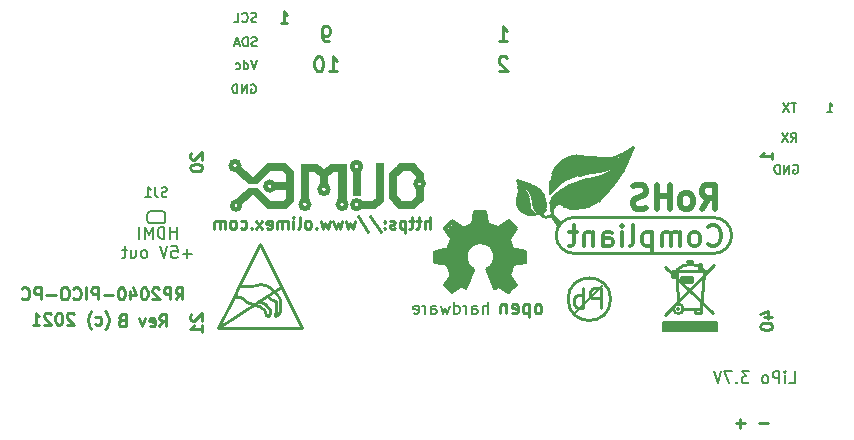
<source format=gbr>
%TF.GenerationSoftware,KiCad,Pcbnew,5.1.5+dfsg1-2build2*%
%TF.CreationDate,2021-04-22T16:13:23+03:00*%
%TF.ProjectId,RP2040-PICO-PC_rev_B,52503230-3430-42d5-9049-434f2d50435f,A*%
%TF.SameCoordinates,Original*%
%TF.FileFunction,Legend,Bot*%
%TF.FilePolarity,Positive*%
%FSLAX46Y46*%
G04 Gerber Fmt 4.6, Leading zero omitted, Abs format (unit mm)*
G04 Created by KiCad (PCBNEW 5.1.5+dfsg1-2build2) date 2021-04-22 16:13:23*
%MOMM*%
%LPD*%
G04 APERTURE LIST*
%ADD10C,0.150000*%
%ADD11C,0.254000*%
%ADD12C,0.152400*%
%ADD13C,0.400000*%
%ADD14C,0.700000*%
%ADD15C,0.500000*%
%ADD16C,0.100000*%
%ADD17C,0.508000*%
%ADD18C,0.127000*%
%ADD19C,0.200000*%
%ADD20C,0.420000*%
%ADD21C,0.370000*%
%ADD22C,0.380000*%
%ADD23C,1.000000*%
%ADD24C,0.190500*%
%ADD25C,0.250000*%
%ADD26C,0.350000*%
%ADD27C,0.180000*%
G04 APERTURE END LIST*
D10*
X186014952Y-134437380D02*
X186491142Y-134437380D01*
X186491142Y-133437380D01*
X185681619Y-134437380D02*
X185681619Y-133770714D01*
X185681619Y-133437380D02*
X185729238Y-133485000D01*
X185681619Y-133532619D01*
X185634000Y-133485000D01*
X185681619Y-133437380D01*
X185681619Y-133532619D01*
X185205428Y-134437380D02*
X185205428Y-133437380D01*
X184824476Y-133437380D01*
X184729238Y-133485000D01*
X184681619Y-133532619D01*
X184634000Y-133627857D01*
X184634000Y-133770714D01*
X184681619Y-133865952D01*
X184729238Y-133913571D01*
X184824476Y-133961190D01*
X185205428Y-133961190D01*
X184062571Y-134437380D02*
X184157809Y-134389761D01*
X184205428Y-134342142D01*
X184253047Y-134246904D01*
X184253047Y-133961190D01*
X184205428Y-133865952D01*
X184157809Y-133818333D01*
X184062571Y-133770714D01*
X183919714Y-133770714D01*
X183824476Y-133818333D01*
X183776857Y-133865952D01*
X183729238Y-133961190D01*
X183729238Y-134246904D01*
X183776857Y-134342142D01*
X183824476Y-134389761D01*
X183919714Y-134437380D01*
X184062571Y-134437380D01*
X182634000Y-133437380D02*
X182014952Y-133437380D01*
X182348285Y-133818333D01*
X182205428Y-133818333D01*
X182110190Y-133865952D01*
X182062571Y-133913571D01*
X182014952Y-134008809D01*
X182014952Y-134246904D01*
X182062571Y-134342142D01*
X182110190Y-134389761D01*
X182205428Y-134437380D01*
X182491142Y-134437380D01*
X182586380Y-134389761D01*
X182634000Y-134342142D01*
X181586380Y-134342142D02*
X181538761Y-134389761D01*
X181586380Y-134437380D01*
X181634000Y-134389761D01*
X181586380Y-134342142D01*
X181586380Y-134437380D01*
X181205428Y-133437380D02*
X180538761Y-133437380D01*
X180967333Y-134437380D01*
X180300666Y-133437380D02*
X179967333Y-134437380D01*
X179634000Y-133437380D01*
X134183238Y-122182380D02*
X134183238Y-121182380D01*
X134183238Y-121658571D02*
X133611809Y-121658571D01*
X133611809Y-122182380D02*
X133611809Y-121182380D01*
X133135619Y-122182380D02*
X133135619Y-121182380D01*
X132897523Y-121182380D01*
X132754666Y-121230000D01*
X132659428Y-121325238D01*
X132611809Y-121420476D01*
X132564190Y-121610952D01*
X132564190Y-121753809D01*
X132611809Y-121944285D01*
X132659428Y-122039523D01*
X132754666Y-122134761D01*
X132897523Y-122182380D01*
X133135619Y-122182380D01*
X132135619Y-122182380D02*
X132135619Y-121182380D01*
X131802285Y-121896666D01*
X131468952Y-121182380D01*
X131468952Y-122182380D01*
X130992761Y-122182380D02*
X130992761Y-121182380D01*
X135445142Y-123451428D02*
X134683238Y-123451428D01*
X135064190Y-123832380D02*
X135064190Y-123070476D01*
X133730857Y-122832380D02*
X134207047Y-122832380D01*
X134254666Y-123308571D01*
X134207047Y-123260952D01*
X134111809Y-123213333D01*
X133873714Y-123213333D01*
X133778476Y-123260952D01*
X133730857Y-123308571D01*
X133683238Y-123403809D01*
X133683238Y-123641904D01*
X133730857Y-123737142D01*
X133778476Y-123784761D01*
X133873714Y-123832380D01*
X134111809Y-123832380D01*
X134207047Y-123784761D01*
X134254666Y-123737142D01*
X133397523Y-122832380D02*
X133064190Y-123832380D01*
X132730857Y-122832380D01*
X131492761Y-123832380D02*
X131588000Y-123784761D01*
X131635619Y-123737142D01*
X131683238Y-123641904D01*
X131683238Y-123356190D01*
X131635619Y-123260952D01*
X131588000Y-123213333D01*
X131492761Y-123165714D01*
X131349904Y-123165714D01*
X131254666Y-123213333D01*
X131207047Y-123260952D01*
X131159428Y-123356190D01*
X131159428Y-123641904D01*
X131207047Y-123737142D01*
X131254666Y-123784761D01*
X131349904Y-123832380D01*
X131492761Y-123832380D01*
X130302285Y-123165714D02*
X130302285Y-123832380D01*
X130730857Y-123165714D02*
X130730857Y-123689523D01*
X130683238Y-123784761D01*
X130588000Y-123832380D01*
X130445142Y-123832380D01*
X130349904Y-123784761D01*
X130302285Y-123737142D01*
X129968952Y-123165714D02*
X129588000Y-123165714D01*
X129826095Y-122832380D02*
X129826095Y-123689523D01*
X129778476Y-123784761D01*
X129683238Y-123832380D01*
X129588000Y-123832380D01*
D11*
X134081761Y-127332619D02*
X134420428Y-126848809D01*
X134662333Y-127332619D02*
X134662333Y-126316619D01*
X134275285Y-126316619D01*
X134178523Y-126365000D01*
X134130142Y-126413380D01*
X134081761Y-126510142D01*
X134081761Y-126655285D01*
X134130142Y-126752047D01*
X134178523Y-126800428D01*
X134275285Y-126848809D01*
X134662333Y-126848809D01*
X133646333Y-127332619D02*
X133646333Y-126316619D01*
X133259285Y-126316619D01*
X133162523Y-126365000D01*
X133114142Y-126413380D01*
X133065761Y-126510142D01*
X133065761Y-126655285D01*
X133114142Y-126752047D01*
X133162523Y-126800428D01*
X133259285Y-126848809D01*
X133646333Y-126848809D01*
X132678714Y-126413380D02*
X132630333Y-126365000D01*
X132533571Y-126316619D01*
X132291666Y-126316619D01*
X132194904Y-126365000D01*
X132146523Y-126413380D01*
X132098142Y-126510142D01*
X132098142Y-126606904D01*
X132146523Y-126752047D01*
X132727095Y-127332619D01*
X132098142Y-127332619D01*
X131469190Y-126316619D02*
X131372428Y-126316619D01*
X131275666Y-126365000D01*
X131227285Y-126413380D01*
X131178904Y-126510142D01*
X131130523Y-126703666D01*
X131130523Y-126945571D01*
X131178904Y-127139095D01*
X131227285Y-127235857D01*
X131275666Y-127284238D01*
X131372428Y-127332619D01*
X131469190Y-127332619D01*
X131565952Y-127284238D01*
X131614333Y-127235857D01*
X131662714Y-127139095D01*
X131711095Y-126945571D01*
X131711095Y-126703666D01*
X131662714Y-126510142D01*
X131614333Y-126413380D01*
X131565952Y-126365000D01*
X131469190Y-126316619D01*
X130259666Y-126655285D02*
X130259666Y-127332619D01*
X130501571Y-126268238D02*
X130743476Y-126993952D01*
X130114523Y-126993952D01*
X129533952Y-126316619D02*
X129437190Y-126316619D01*
X129340428Y-126365000D01*
X129292047Y-126413380D01*
X129243666Y-126510142D01*
X129195285Y-126703666D01*
X129195285Y-126945571D01*
X129243666Y-127139095D01*
X129292047Y-127235857D01*
X129340428Y-127284238D01*
X129437190Y-127332619D01*
X129533952Y-127332619D01*
X129630714Y-127284238D01*
X129679095Y-127235857D01*
X129727476Y-127139095D01*
X129775857Y-126945571D01*
X129775857Y-126703666D01*
X129727476Y-126510142D01*
X129679095Y-126413380D01*
X129630714Y-126365000D01*
X129533952Y-126316619D01*
X128759857Y-126945571D02*
X127985761Y-126945571D01*
X127501952Y-127332619D02*
X127501952Y-126316619D01*
X127114904Y-126316619D01*
X127018142Y-126365000D01*
X126969761Y-126413380D01*
X126921380Y-126510142D01*
X126921380Y-126655285D01*
X126969761Y-126752047D01*
X127018142Y-126800428D01*
X127114904Y-126848809D01*
X127501952Y-126848809D01*
X126485952Y-127332619D02*
X126485952Y-126316619D01*
X125421571Y-127235857D02*
X125469952Y-127284238D01*
X125615095Y-127332619D01*
X125711857Y-127332619D01*
X125857000Y-127284238D01*
X125953761Y-127187476D01*
X126002142Y-127090714D01*
X126050523Y-126897190D01*
X126050523Y-126752047D01*
X126002142Y-126558523D01*
X125953761Y-126461761D01*
X125857000Y-126365000D01*
X125711857Y-126316619D01*
X125615095Y-126316619D01*
X125469952Y-126365000D01*
X125421571Y-126413380D01*
X124792619Y-126316619D02*
X124599095Y-126316619D01*
X124502333Y-126365000D01*
X124405571Y-126461761D01*
X124357190Y-126655285D01*
X124357190Y-126993952D01*
X124405571Y-127187476D01*
X124502333Y-127284238D01*
X124599095Y-127332619D01*
X124792619Y-127332619D01*
X124889380Y-127284238D01*
X124986142Y-127187476D01*
X125034523Y-126993952D01*
X125034523Y-126655285D01*
X124986142Y-126461761D01*
X124889380Y-126365000D01*
X124792619Y-126316619D01*
X123921761Y-126945571D02*
X123147666Y-126945571D01*
X122663857Y-127332619D02*
X122663857Y-126316619D01*
X122276809Y-126316619D01*
X122180047Y-126365000D01*
X122131666Y-126413380D01*
X122083285Y-126510142D01*
X122083285Y-126655285D01*
X122131666Y-126752047D01*
X122180047Y-126800428D01*
X122276809Y-126848809D01*
X122663857Y-126848809D01*
X121067285Y-127235857D02*
X121115666Y-127284238D01*
X121260809Y-127332619D01*
X121357571Y-127332619D01*
X121502714Y-127284238D01*
X121599476Y-127187476D01*
X121647857Y-127090714D01*
X121696238Y-126897190D01*
X121696238Y-126752047D01*
X121647857Y-126558523D01*
X121599476Y-126461761D01*
X121502714Y-126365000D01*
X121357571Y-126316619D01*
X121260809Y-126316619D01*
X121115666Y-126365000D01*
X121067285Y-126413380D01*
X128124857Y-129878666D02*
X128173238Y-129830285D01*
X128270000Y-129685142D01*
X128318380Y-129588380D01*
X128366761Y-129443238D01*
X128415142Y-129201333D01*
X128415142Y-129007809D01*
X128366761Y-128765904D01*
X128318380Y-128620761D01*
X128270000Y-128524000D01*
X128173238Y-128378857D01*
X128124857Y-128330476D01*
X127302380Y-129443238D02*
X127399142Y-129491619D01*
X127592666Y-129491619D01*
X127689428Y-129443238D01*
X127737809Y-129394857D01*
X127786190Y-129298095D01*
X127786190Y-129007809D01*
X127737809Y-128911047D01*
X127689428Y-128862666D01*
X127592666Y-128814285D01*
X127399142Y-128814285D01*
X127302380Y-128862666D01*
X126963714Y-129878666D02*
X126915333Y-129830285D01*
X126818571Y-129685142D01*
X126770190Y-129588380D01*
X126721809Y-129443238D01*
X126673428Y-129201333D01*
X126673428Y-129007809D01*
X126721809Y-128765904D01*
X126770190Y-128620761D01*
X126818571Y-128524000D01*
X126915333Y-128378857D01*
X126963714Y-128330476D01*
X125463904Y-128572380D02*
X125415523Y-128524000D01*
X125318761Y-128475619D01*
X125076857Y-128475619D01*
X124980095Y-128524000D01*
X124931714Y-128572380D01*
X124883333Y-128669142D01*
X124883333Y-128765904D01*
X124931714Y-128911047D01*
X125512285Y-129491619D01*
X124883333Y-129491619D01*
X124254380Y-128475619D02*
X124157619Y-128475619D01*
X124060857Y-128524000D01*
X124012476Y-128572380D01*
X123964095Y-128669142D01*
X123915714Y-128862666D01*
X123915714Y-129104571D01*
X123964095Y-129298095D01*
X124012476Y-129394857D01*
X124060857Y-129443238D01*
X124157619Y-129491619D01*
X124254380Y-129491619D01*
X124351142Y-129443238D01*
X124399523Y-129394857D01*
X124447904Y-129298095D01*
X124496285Y-129104571D01*
X124496285Y-128862666D01*
X124447904Y-128669142D01*
X124399523Y-128572380D01*
X124351142Y-128524000D01*
X124254380Y-128475619D01*
X123528666Y-128572380D02*
X123480285Y-128524000D01*
X123383523Y-128475619D01*
X123141619Y-128475619D01*
X123044857Y-128524000D01*
X122996476Y-128572380D01*
X122948095Y-128669142D01*
X122948095Y-128765904D01*
X122996476Y-128911047D01*
X123577047Y-129491619D01*
X122948095Y-129491619D01*
X121980476Y-129491619D02*
X122561047Y-129491619D01*
X122270761Y-129491619D02*
X122270761Y-128475619D01*
X122367523Y-128620761D01*
X122464285Y-128717523D01*
X122561047Y-128765904D01*
X132721047Y-129618619D02*
X133059714Y-129134809D01*
X133301619Y-129618619D02*
X133301619Y-128602619D01*
X132914571Y-128602619D01*
X132817809Y-128651000D01*
X132769428Y-128699380D01*
X132721047Y-128796142D01*
X132721047Y-128941285D01*
X132769428Y-129038047D01*
X132817809Y-129086428D01*
X132914571Y-129134809D01*
X133301619Y-129134809D01*
X131898571Y-129570238D02*
X131995333Y-129618619D01*
X132188857Y-129618619D01*
X132285619Y-129570238D01*
X132334000Y-129473476D01*
X132334000Y-129086428D01*
X132285619Y-128989666D01*
X132188857Y-128941285D01*
X131995333Y-128941285D01*
X131898571Y-128989666D01*
X131850190Y-129086428D01*
X131850190Y-129183190D01*
X132334000Y-129279952D01*
X131511523Y-128941285D02*
X131269619Y-129618619D01*
X131027714Y-128941285D01*
X129527904Y-129086428D02*
X129382761Y-129134809D01*
X129334380Y-129183190D01*
X129286000Y-129279952D01*
X129286000Y-129425095D01*
X129334380Y-129521857D01*
X129382761Y-129570238D01*
X129479523Y-129618619D01*
X129866571Y-129618619D01*
X129866571Y-128602619D01*
X129527904Y-128602619D01*
X129431142Y-128651000D01*
X129382761Y-128699380D01*
X129334380Y-128796142D01*
X129334380Y-128892904D01*
X129382761Y-128989666D01*
X129431142Y-129038047D01*
X129527904Y-129086428D01*
X129866571Y-129086428D01*
X155614309Y-121363619D02*
X155614309Y-120347619D01*
X155178880Y-121363619D02*
X155178880Y-120831428D01*
X155227261Y-120734666D01*
X155324023Y-120686285D01*
X155469166Y-120686285D01*
X155565928Y-120734666D01*
X155614309Y-120783047D01*
X154840214Y-120686285D02*
X154453166Y-120686285D01*
X154695071Y-120347619D02*
X154695071Y-121218476D01*
X154646690Y-121315238D01*
X154549928Y-121363619D01*
X154453166Y-121363619D01*
X154259642Y-120686285D02*
X153872595Y-120686285D01*
X154114500Y-120347619D02*
X154114500Y-121218476D01*
X154066119Y-121315238D01*
X153969357Y-121363619D01*
X153872595Y-121363619D01*
X153533928Y-120686285D02*
X153533928Y-121702285D01*
X153533928Y-120734666D02*
X153437166Y-120686285D01*
X153243642Y-120686285D01*
X153146880Y-120734666D01*
X153098500Y-120783047D01*
X153050119Y-120879809D01*
X153050119Y-121170095D01*
X153098500Y-121266857D01*
X153146880Y-121315238D01*
X153243642Y-121363619D01*
X153437166Y-121363619D01*
X153533928Y-121315238D01*
X152663071Y-121315238D02*
X152566309Y-121363619D01*
X152372785Y-121363619D01*
X152276023Y-121315238D01*
X152227642Y-121218476D01*
X152227642Y-121170095D01*
X152276023Y-121073333D01*
X152372785Y-121024952D01*
X152517928Y-121024952D01*
X152614690Y-120976571D01*
X152663071Y-120879809D01*
X152663071Y-120831428D01*
X152614690Y-120734666D01*
X152517928Y-120686285D01*
X152372785Y-120686285D01*
X152276023Y-120734666D01*
X151792214Y-121266857D02*
X151743833Y-121315238D01*
X151792214Y-121363619D01*
X151840595Y-121315238D01*
X151792214Y-121266857D01*
X151792214Y-121363619D01*
X151792214Y-120734666D02*
X151743833Y-120783047D01*
X151792214Y-120831428D01*
X151840595Y-120783047D01*
X151792214Y-120734666D01*
X151792214Y-120831428D01*
X150582690Y-120299238D02*
X151453547Y-121605523D01*
X149518309Y-120299238D02*
X150389166Y-121605523D01*
X149276404Y-120686285D02*
X149082880Y-121363619D01*
X148889357Y-120879809D01*
X148695833Y-121363619D01*
X148502309Y-120686285D01*
X148212023Y-120686285D02*
X148018500Y-121363619D01*
X147824976Y-120879809D01*
X147631452Y-121363619D01*
X147437928Y-120686285D01*
X147147642Y-120686285D02*
X146954119Y-121363619D01*
X146760595Y-120879809D01*
X146567071Y-121363619D01*
X146373547Y-120686285D01*
X145986500Y-121266857D02*
X145938119Y-121315238D01*
X145986500Y-121363619D01*
X146034880Y-121315238D01*
X145986500Y-121266857D01*
X145986500Y-121363619D01*
X145357547Y-121363619D02*
X145454309Y-121315238D01*
X145502690Y-121266857D01*
X145551071Y-121170095D01*
X145551071Y-120879809D01*
X145502690Y-120783047D01*
X145454309Y-120734666D01*
X145357547Y-120686285D01*
X145212404Y-120686285D01*
X145115642Y-120734666D01*
X145067261Y-120783047D01*
X145018880Y-120879809D01*
X145018880Y-121170095D01*
X145067261Y-121266857D01*
X145115642Y-121315238D01*
X145212404Y-121363619D01*
X145357547Y-121363619D01*
X144438309Y-121363619D02*
X144535071Y-121315238D01*
X144583452Y-121218476D01*
X144583452Y-120347619D01*
X144051261Y-121363619D02*
X144051261Y-120686285D01*
X144051261Y-120347619D02*
X144099642Y-120396000D01*
X144051261Y-120444380D01*
X144002880Y-120396000D01*
X144051261Y-120347619D01*
X144051261Y-120444380D01*
X143567452Y-121363619D02*
X143567452Y-120686285D01*
X143567452Y-120783047D02*
X143519071Y-120734666D01*
X143422309Y-120686285D01*
X143277166Y-120686285D01*
X143180404Y-120734666D01*
X143132023Y-120831428D01*
X143132023Y-121363619D01*
X143132023Y-120831428D02*
X143083642Y-120734666D01*
X142986880Y-120686285D01*
X142841738Y-120686285D01*
X142744976Y-120734666D01*
X142696595Y-120831428D01*
X142696595Y-121363619D01*
X141825738Y-121315238D02*
X141922500Y-121363619D01*
X142116023Y-121363619D01*
X142212785Y-121315238D01*
X142261166Y-121218476D01*
X142261166Y-120831428D01*
X142212785Y-120734666D01*
X142116023Y-120686285D01*
X141922500Y-120686285D01*
X141825738Y-120734666D01*
X141777357Y-120831428D01*
X141777357Y-120928190D01*
X142261166Y-121024952D01*
X141438690Y-121363619D02*
X140906500Y-120686285D01*
X141438690Y-120686285D02*
X140906500Y-121363619D01*
X140519452Y-121266857D02*
X140471071Y-121315238D01*
X140519452Y-121363619D01*
X140567833Y-121315238D01*
X140519452Y-121266857D01*
X140519452Y-121363619D01*
X139600214Y-121315238D02*
X139696976Y-121363619D01*
X139890500Y-121363619D01*
X139987261Y-121315238D01*
X140035642Y-121266857D01*
X140084023Y-121170095D01*
X140084023Y-120879809D01*
X140035642Y-120783047D01*
X139987261Y-120734666D01*
X139890500Y-120686285D01*
X139696976Y-120686285D01*
X139600214Y-120734666D01*
X139019642Y-121363619D02*
X139116404Y-121315238D01*
X139164785Y-121266857D01*
X139213166Y-121170095D01*
X139213166Y-120879809D01*
X139164785Y-120783047D01*
X139116404Y-120734666D01*
X139019642Y-120686285D01*
X138874500Y-120686285D01*
X138777738Y-120734666D01*
X138729357Y-120783047D01*
X138680976Y-120879809D01*
X138680976Y-121170095D01*
X138729357Y-121266857D01*
X138777738Y-121315238D01*
X138874500Y-121363619D01*
X139019642Y-121363619D01*
X138245547Y-121363619D02*
X138245547Y-120686285D01*
X138245547Y-120783047D02*
X138197166Y-120734666D01*
X138100404Y-120686285D01*
X137955261Y-120686285D01*
X137858500Y-120734666D01*
X137810119Y-120831428D01*
X137810119Y-121363619D01*
X137810119Y-120831428D02*
X137761738Y-120734666D01*
X137664976Y-120686285D01*
X137519833Y-120686285D01*
X137423071Y-120734666D01*
X137374690Y-120831428D01*
X137374690Y-121363619D01*
D12*
%TO.C,SJ1*%
X131953000Y-120904000D02*
G75*
G02X131699000Y-120650000I0J254000D01*
G01*
X133223000Y-120650000D02*
G75*
G02X132969000Y-120904000I-254000J0D01*
G01*
X132969000Y-119888000D02*
G75*
G02X133223000Y-120142000I0J-254000D01*
G01*
X131699000Y-120142000D02*
G75*
G02X131953000Y-119888000I254000J0D01*
G01*
D10*
X131699000Y-120650000D02*
X131699000Y-120142000D01*
X131953000Y-119888000D02*
X132969000Y-119888000D01*
X133223000Y-120142000D02*
X133223000Y-120650000D01*
X132969000Y-120904000D02*
X131953000Y-120904000D01*
D13*
%TO.C,OLIMEX_LOGO*%
X155074247Y-117538500D02*
G75*
G03X155074247Y-117538500I-337447J0D01*
G01*
D14*
X154749500Y-116763800D02*
X154241500Y-116255800D01*
X153149300Y-116179600D02*
X152514300Y-116789200D01*
X152539700Y-118745000D02*
X153098500Y-119329200D01*
X150914100Y-119341900D02*
X151371300Y-118884700D01*
X149928300Y-119341900D02*
X150914100Y-119341900D01*
D13*
X149781824Y-119316500D02*
G75*
G03X149781824Y-119316500I-366324J0D01*
G01*
D14*
X149415500Y-116624100D02*
X149415500Y-118224300D01*
D13*
X149776318Y-116090700D02*
G75*
G03X149776318Y-116090700I-373518J0D01*
G01*
X148543259Y-119291100D02*
G75*
G03X148543259Y-119291100I-359659J0D01*
G01*
D14*
X148196300Y-118783100D02*
X148196300Y-116192300D01*
X148196300Y-116192300D02*
X147358100Y-116192300D01*
X147358100Y-116192300D02*
X146748500Y-116700300D01*
X146646900Y-117487700D02*
X146646900Y-116776500D01*
X146570700Y-116700300D02*
X145935700Y-116192300D01*
D13*
X147017818Y-118021100D02*
G75*
G03X147017818Y-118021100I-370918J0D01*
G01*
D14*
X145935700Y-116192300D02*
X145046700Y-116192300D01*
D13*
X145397229Y-119303800D02*
G75*
G03X145397229Y-119303800I-363229J0D01*
G01*
X139534166Y-119392700D02*
G75*
G03X139534166Y-119392700I-329466J0D01*
G01*
D14*
X139534900Y-119037100D02*
X140373100Y-118224300D01*
D15*
X140881100Y-118122700D02*
X140347700Y-118122700D01*
D14*
X142024100Y-119341900D02*
X140881100Y-118224300D01*
X143344900Y-119341900D02*
X142024100Y-119341900D01*
X143776700Y-118910100D02*
X143344900Y-119341900D01*
X143776700Y-116674900D02*
X143776700Y-118910100D01*
X143776700Y-116649500D02*
X143294100Y-116141500D01*
X143246000Y-116166900D02*
X142024100Y-116166900D01*
X142024100Y-116166900D02*
X140931900Y-117233700D01*
D15*
X140906500Y-117348000D02*
X140347700Y-117348000D01*
D14*
X139484100Y-116357400D02*
X140347700Y-117251100D01*
D13*
X139475235Y-116001800D02*
G75*
G03X139475235Y-116001800I-359435J0D01*
G01*
D14*
X142557500Y-117741700D02*
X143776700Y-117741700D01*
D13*
X142409159Y-117741700D02*
G75*
G03X142409159Y-117741700I-359659J0D01*
G01*
D14*
X154178000Y-119354600D02*
X153136600Y-119354600D01*
X154736800Y-118795800D02*
X154736800Y-118033800D01*
X154749500Y-118783100D02*
X154165300Y-119354600D01*
X154749500Y-116814600D02*
X154749500Y-117055900D01*
X152527000Y-116776500D02*
X152527000Y-118706900D01*
X153149300Y-116166900D02*
X154152600Y-116166900D01*
X145034000Y-116179600D02*
X145034000Y-118783100D01*
X151371300Y-118897400D02*
X151371300Y-116166900D01*
D16*
X151371300Y-115824000D02*
X151650700Y-115824000D01*
X151676100Y-115824000D02*
X151676100Y-118973600D01*
X151663400Y-115824000D02*
X151676100Y-115824000D01*
X151650700Y-115824000D02*
X151663400Y-115824000D01*
X151536400Y-115912900D02*
X151599900Y-115900200D01*
X151053800Y-115824000D02*
X151053800Y-118859300D01*
X151358600Y-115824000D02*
X151053800Y-115824000D01*
X151231600Y-115900200D02*
X151117300Y-115900200D01*
X149733000Y-116509800D02*
X149733000Y-118529100D01*
X149098000Y-118529100D02*
X149098000Y-116509800D01*
X149123400Y-118529100D02*
X149098000Y-118529100D01*
X149733000Y-118529100D02*
X149123400Y-118529100D01*
X149593300Y-118465600D02*
X149656800Y-118465600D01*
X149250400Y-118465600D02*
X149161500Y-118465600D01*
X148513800Y-118872000D02*
X148513800Y-115887500D01*
X147269200Y-115874800D02*
X146685000Y-116357400D01*
X148513800Y-115874800D02*
X147269200Y-115874800D01*
X148361400Y-115938300D02*
X148437600Y-115938300D01*
X144703800Y-118897400D02*
X144703800Y-115887500D01*
X146024600Y-115874800D02*
X146646900Y-116370100D01*
X145999200Y-115874800D02*
X146024600Y-115874800D01*
X144703800Y-115874800D02*
X145999200Y-115874800D01*
X144703800Y-115887500D02*
X144703800Y-115874800D01*
X144856200Y-115951000D02*
X144754600Y-115951000D01*
X141909800Y-115836700D02*
X140652500Y-117081300D01*
X141960600Y-115836700D02*
X141909800Y-115836700D01*
X143332200Y-115836700D02*
X141960600Y-115836700D01*
D11*
%TO.C,RoHS_Complaint*%
X164274500Y-120015000D02*
X163766500Y-120015000D01*
X164147500Y-119888000D02*
X163512500Y-119888000D01*
X164020500Y-119761000D02*
X163385500Y-119761000D01*
X164020500Y-119634000D02*
X163258500Y-119634000D01*
X163969700Y-119507000D02*
X163131500Y-119507000D01*
X163893500Y-119380000D02*
X163131500Y-119380000D01*
X163893500Y-119253000D02*
X163131500Y-119253000D01*
X163893500Y-119126000D02*
X163131500Y-119126000D01*
X163893500Y-118999000D02*
X163131500Y-118999000D01*
X163893500Y-118872000D02*
X163131500Y-118872000D01*
X163893500Y-118745000D02*
X163131500Y-118745000D01*
X163893500Y-118618000D02*
X163258500Y-118618000D01*
X163766500Y-118491000D02*
X163258500Y-118491000D01*
X163766500Y-118364000D02*
X163258500Y-118364000D01*
X163385500Y-117856000D02*
X163385500Y-118364000D01*
X163512500Y-117856000D02*
X163512500Y-118364000D01*
X163639500Y-117475000D02*
X163131500Y-117475000D01*
X163766500Y-117602000D02*
X163131500Y-117602000D01*
X164020500Y-117729000D02*
X163258500Y-117729000D01*
X163512500Y-117856000D02*
X164401500Y-117856000D01*
X163385500Y-117856000D02*
X163512500Y-117856000D01*
X163258500Y-117856000D02*
X163385500Y-117856000D01*
X164020500Y-117983000D02*
X164528500Y-117983000D01*
X164147500Y-118110000D02*
X164782500Y-118110000D01*
X164147500Y-118237000D02*
X164909500Y-118237000D01*
X164274500Y-118364000D02*
X165036500Y-118364000D01*
X164274500Y-118491000D02*
X165163500Y-118491000D01*
X164401500Y-118618000D02*
X165163500Y-118618000D01*
X164401500Y-118745000D02*
X165163500Y-118745000D01*
X164401500Y-118872000D02*
X165290500Y-118872000D01*
X164401500Y-118999000D02*
X165290500Y-118999000D01*
X165163500Y-119761000D02*
X164655500Y-119761000D01*
X165163500Y-119634000D02*
X164528500Y-119634000D01*
X165290500Y-119507000D02*
X164528500Y-119507000D01*
X165290500Y-119380000D02*
X164528500Y-119380000D01*
X165163500Y-119253000D02*
X164528500Y-119253000D01*
X164655500Y-119126000D02*
X164655500Y-119634000D01*
X164401500Y-119126000D02*
X164909500Y-120015000D01*
X164655500Y-119126000D02*
X164401500Y-119126000D01*
X165036500Y-119126000D02*
X164655500Y-119126000D01*
X165163500Y-119761000D02*
X165163500Y-119888000D01*
X165163500Y-119634000D02*
X165163500Y-119761000D01*
X165163500Y-119253000D02*
X165163500Y-119634000D01*
X165163500Y-119126000D02*
X165163500Y-119253000D01*
X165036500Y-119126000D02*
X165036500Y-119761000D01*
X165163500Y-119126000D02*
X165036500Y-119126000D01*
X165290500Y-119126000D02*
X165163500Y-119126000D01*
X165290500Y-119380000D02*
X165290500Y-119126000D01*
X165290500Y-119402860D02*
X165290500Y-119380000D01*
X164350700Y-118948200D02*
X164350700Y-118940580D01*
X164734240Y-120017540D02*
X164762180Y-120045480D01*
D17*
X168084500Y-118618000D02*
X169354500Y-118364000D01*
X167703500Y-118745000D02*
X168084500Y-118618000D01*
X167576500Y-118618000D02*
X167703500Y-118745000D01*
X167576500Y-118491000D02*
X167576500Y-118618000D01*
X168084500Y-118237000D02*
X167576500Y-118491000D01*
X168338500Y-118237000D02*
X168084500Y-118237000D01*
X169354500Y-117983000D02*
X168338500Y-118237000D01*
X169862500Y-117983000D02*
X169354500Y-117983000D01*
X169989500Y-118110000D02*
X169862500Y-117983000D01*
X169862500Y-118237000D02*
X169989500Y-118110000D01*
X169227500Y-118745000D02*
X169862500Y-118237000D01*
X168719500Y-118872000D02*
X169227500Y-118745000D01*
X168338500Y-118999000D02*
X168719500Y-118872000D01*
X167703500Y-118999000D02*
X168338500Y-118999000D01*
X167322500Y-118872000D02*
X167703500Y-118999000D01*
X167068500Y-118872000D02*
X167322500Y-118872000D01*
X166941500Y-118618000D02*
X167068500Y-118872000D01*
X167068500Y-118491000D02*
X166941500Y-118618000D01*
X167703500Y-117983000D02*
X167068500Y-118491000D01*
X168719500Y-117729000D02*
X167703500Y-117983000D01*
X169862500Y-117602000D02*
X168719500Y-117729000D01*
X169989500Y-117602000D02*
X169862500Y-117602000D01*
X170116500Y-117729000D02*
X169989500Y-117602000D01*
X170878500Y-117094000D02*
X170116500Y-117729000D01*
X170243500Y-117094000D02*
X171005500Y-116713000D01*
X169506900Y-117348000D02*
X170243500Y-117094000D01*
X168897300Y-117348000D02*
X169506900Y-117348000D01*
X167500300Y-117830600D02*
X168897300Y-117348000D01*
X166814500Y-118237000D02*
X167500300Y-117830600D01*
X166306500Y-118745000D02*
X166814500Y-118237000D01*
X166052500Y-119253000D02*
X166306500Y-118745000D01*
X166306500Y-118999000D02*
X166052500Y-119253000D01*
X166687500Y-118872000D02*
X166306500Y-118999000D01*
X167449500Y-119380000D02*
X166687500Y-118872000D01*
X168338500Y-119380000D02*
X167449500Y-119380000D01*
X169227500Y-119126000D02*
X168338500Y-119380000D01*
X169735500Y-118745000D02*
X169227500Y-119126000D01*
X170624500Y-117856000D02*
X169735500Y-118745000D01*
X170878500Y-117475000D02*
X170624500Y-117856000D01*
X171259500Y-116967000D02*
X170878500Y-117475000D01*
X171389040Y-116459000D02*
X171767500Y-115572540D01*
X171389040Y-116840000D02*
X171389040Y-116459000D01*
X171767500Y-116332000D02*
X171389040Y-116840000D01*
X171894500Y-115824000D02*
X171767500Y-116332000D01*
X172402500Y-114935000D02*
X171894500Y-115824000D01*
X166814500Y-116459000D02*
X168465500Y-116459000D01*
X166941500Y-116078000D02*
X171894500Y-116001800D01*
X166941500Y-116332000D02*
X166941500Y-116078000D01*
X166941500Y-115824000D02*
X166941500Y-116078000D01*
X171513500Y-115824000D02*
X166941500Y-115824000D01*
X171005500Y-115951000D02*
X171513500Y-115824000D01*
X169735500Y-116332000D02*
X171005500Y-115951000D01*
X168592500Y-116459000D02*
X169735500Y-116332000D01*
X168465500Y-116459000D02*
X168592500Y-116459000D01*
X167957500Y-116459000D02*
X168465500Y-116459000D01*
X167322500Y-116840000D02*
X167957500Y-116459000D01*
X166941500Y-116332000D02*
X166560500Y-116840000D01*
X167195500Y-116840000D02*
X166941500Y-116332000D01*
X166560500Y-117221000D02*
X167195500Y-116840000D01*
X166052500Y-117856000D02*
X166560500Y-117221000D01*
X166179500Y-116840000D02*
X166052500Y-117856000D01*
X166433500Y-116332000D02*
X166179500Y-116840000D01*
X166941500Y-115824000D02*
X166433500Y-116332000D01*
X167576500Y-115443000D02*
X166941500Y-115824000D01*
X169227500Y-115443000D02*
X167576500Y-115443000D01*
X170243500Y-115572540D02*
X169227500Y-115443000D01*
X171389040Y-115572540D02*
X170243500Y-115572540D01*
D11*
X172402500Y-114935000D02*
X171389040Y-115572540D01*
X163944300Y-118950740D02*
X163969700Y-119341900D01*
X165023800Y-120142000D02*
X165036500Y-120142000D01*
X164122100Y-120142000D02*
X164477700Y-120142000D01*
X163319460Y-119821960D02*
X163342320Y-119844820D01*
X163004500Y-117221000D02*
X163139120Y-117759480D01*
X164020500Y-117602000D02*
X163004500Y-117221000D01*
X164442140Y-117782340D02*
X164020500Y-117602000D01*
X165216840Y-118521480D02*
X165163500Y-118427500D01*
X165036500Y-120142000D02*
X165333680Y-119722900D01*
X165171120Y-120276620D02*
X165036500Y-120142000D01*
X165925500Y-120142000D02*
X165821360Y-120248680D01*
X166687500Y-120904000D02*
X166197280Y-120413780D01*
X165925500Y-119806720D02*
X165925500Y-119761000D01*
X166560500Y-121031000D02*
X166052500Y-120269000D01*
X170002200Y-116492020D02*
X171389040Y-116078000D01*
X168135300Y-116781580D02*
X168653460Y-116707920D01*
X166860220Y-117289580D02*
X166867840Y-117284500D01*
X165801040Y-118364000D02*
X165803580Y-118361460D01*
X166215060Y-118508780D02*
X166044880Y-118696740D01*
X169080180Y-117177820D02*
X168770300Y-117238780D01*
X171389040Y-116078000D02*
X171107100Y-116425980D01*
X166560500Y-120904000D02*
X166375080Y-120718580D01*
X165902640Y-119588280D02*
X165925500Y-119634000D01*
X165801040Y-117983000D02*
X165801040Y-118364000D01*
X166006780Y-116705380D02*
X165859460Y-117304820D01*
X170205400Y-115384580D02*
X168056560Y-115189000D01*
X172783500Y-114427000D02*
X171922440Y-115046760D01*
X168028620Y-119634000D02*
X167513000Y-119634000D01*
X169933620Y-118930420D02*
X169898060Y-118965980D01*
X172783500Y-114427000D02*
X171917360Y-116542820D01*
X166202360Y-119359680D02*
X165925500Y-119634000D01*
X166974520Y-119413020D02*
X166921180Y-119359680D01*
X179641500Y-123444000D02*
X167830500Y-123444000D01*
X167830500Y-120396000D02*
X179641500Y-120396000D01*
X165290056Y-119404371D02*
G75*
G02X165036500Y-120015000I-865696J1511D01*
G01*
X163843520Y-117909180D02*
G75*
G02X164350700Y-118940580I-991420J-1127920D01*
G01*
X164760840Y-120045046D02*
G75*
G02X164350700Y-118948200I1118940J1043506D01*
G01*
X165038288Y-120143791D02*
G75*
G02X164734240Y-120017540I752J431051D01*
G01*
X164471840Y-120137613D02*
G75*
G02X163969700Y-119341900I709440J1003993D01*
G01*
X163590295Y-118003066D02*
G75*
G02X163944300Y-118993920I-1408755J-1061974D01*
G01*
X164123427Y-120143303D02*
G75*
G02X163923980Y-120119140I-1327J824263D01*
G01*
X163921997Y-120118453D02*
G75*
G02X163342320Y-119844820I205183J1185493D01*
G01*
X163318446Y-119822974D02*
G75*
G02X163004500Y-119065040I757934J757934D01*
G01*
X163004783Y-119065487D02*
G75*
G02X163075620Y-118696740I992857J447D01*
G01*
X163139648Y-117762136D02*
G75*
G02X163075620Y-118696740I-1478808J-368184D01*
G01*
X164441500Y-117783511D02*
G75*
G02X165163500Y-118427500I-601340J-1400909D01*
G01*
X165217294Y-118523321D02*
G75*
G02X165417500Y-119278400I-1323794J-755079D01*
G01*
X165419374Y-119278901D02*
G75*
G02X165333680Y-119722900I-1195674J501D01*
G01*
X165463220Y-120397612D02*
G75*
G02X165171120Y-120276620I0J413092D01*
G01*
X165820634Y-120247954D02*
G75*
G02X165463220Y-120396000I-357414J357414D01*
G01*
X166193758Y-120413710D02*
G75*
G02X165925500Y-119761000I653762J650170D01*
G01*
X166431478Y-121031280D02*
G75*
G02X165925500Y-119806720I1228842J1224560D01*
G01*
X169995879Y-116492186D02*
G75*
G02X168653460Y-116707920I-1812319J6992786D01*
G01*
X166871630Y-117281934D02*
G75*
G02X168135300Y-116781580I2134890J-3545866D01*
G01*
X165805141Y-118359765D02*
G75*
G02X166860220Y-117289580I3831299J-2722035D01*
G01*
X165924655Y-119634069D02*
G75*
G02X166044880Y-118696740I762845J378529D01*
G01*
X166215973Y-118508156D02*
G75*
G02X168770300Y-117238780I3654147J-4148444D01*
G01*
X171107041Y-116427778D02*
G75*
G02X169080180Y-117177820I-2631381J3997218D01*
G01*
X166373049Y-120719559D02*
G75*
G02X165925500Y-119634000I1086611J1083019D01*
G01*
X165799260Y-117982243D02*
G75*
G02X165859460Y-117304820I3049780J70363D01*
G01*
X166006236Y-116701585D02*
G75*
G02X168056560Y-115189000I2144304J-760715D01*
G01*
X171920452Y-115044522D02*
G75*
G02X170205400Y-115384580I-1268012J1900222D01*
G01*
X169894433Y-118968013D02*
G75*
G02X168028620Y-119634000I-1738813J1924813D01*
G01*
X171914964Y-116548447D02*
G75*
G02X169933620Y-118930420I-8344044J4925607D01*
G01*
X166202360Y-119357140D02*
G75*
G02X166921180Y-119359680I358140J-360680D01*
G01*
X167513000Y-119636066D02*
G75*
G02X166974520Y-119413020I0J761526D01*
G01*
X167830500Y-123444000D02*
G75*
G02X166306500Y-121920000I0J1524000D01*
G01*
X181165500Y-121920000D02*
G75*
G02X179641500Y-123444000I-1524000J0D01*
G01*
X179641500Y-120396000D02*
G75*
G02X181165500Y-121920000I0J-1524000D01*
G01*
X166306500Y-121920000D02*
G75*
G02X167830500Y-120396000I1524000J0D01*
G01*
D10*
%TO.C,Recycle_bin*%
X175339000Y-129236000D02*
X175339000Y-129998000D01*
X179911000Y-129236000D02*
X175339000Y-129236000D01*
X179911000Y-129998000D02*
X179911000Y-129236000D01*
X175339000Y-129998000D02*
X179911000Y-129998000D01*
X175389800Y-129286800D02*
X179809400Y-129286800D01*
X179860200Y-129388400D02*
X175389800Y-129388400D01*
X175389800Y-129540800D02*
X179809400Y-129540800D01*
X175389800Y-129693200D02*
X179809400Y-129693200D01*
X179860200Y-129439200D02*
X175440600Y-129439200D01*
X179860200Y-129591600D02*
X175389800Y-129591600D01*
X175440600Y-129794800D02*
X179809400Y-129794800D01*
X179860200Y-129896400D02*
X175440600Y-129896400D01*
D11*
X179705000Y-124460000D02*
X175514000Y-128651000D01*
X179578000Y-128524000D02*
X175514000Y-124587000D01*
X178562000Y-128143000D02*
X177165000Y-128143000D01*
X178562000Y-128143000D02*
X178816000Y-125095000D01*
X179070000Y-124968000D02*
X176149000Y-124968000D01*
X178054000Y-128524000D02*
X178054000Y-128270000D01*
X178562000Y-128524000D02*
X178054000Y-128524000D01*
X178562000Y-128143000D02*
X178562000Y-128524000D01*
X176657000Y-127635000D02*
X176530000Y-125603000D01*
X177058609Y-128143000D02*
G75*
G03X177058609Y-128143000I-401609J0D01*
G01*
X178435000Y-124333000D02*
X178435000Y-124841000D01*
X178562000Y-124333000D02*
X178435000Y-124333000D01*
X178562000Y-124841000D02*
X178562000Y-124333000D01*
X176149000Y-125476000D02*
X176149000Y-124968000D01*
X176530000Y-125476000D02*
X176149000Y-125476000D01*
X176530000Y-124968000D02*
X176530000Y-125476000D01*
X176403000Y-125095000D02*
X176403000Y-125222000D01*
X176403000Y-124968000D02*
X176276000Y-125349000D01*
X176403000Y-125095000D02*
X176403000Y-125222000D01*
X176276000Y-125095000D02*
X176276000Y-125476000D01*
X176403000Y-125095000D02*
X176276000Y-125095000D01*
X176403000Y-125476000D02*
X176403000Y-125095000D01*
X177800000Y-125857000D02*
X177800000Y-125476000D01*
X176911000Y-125857000D02*
X177800000Y-125857000D01*
X176911000Y-125476000D02*
X176911000Y-125857000D01*
X177800000Y-125476000D02*
X176911000Y-125476000D01*
X177673000Y-125603000D02*
X177038000Y-125603000D01*
X177419000Y-124079000D02*
X177800000Y-124079000D01*
X177419000Y-124206000D02*
X177419000Y-124079000D01*
X177800000Y-124206000D02*
X177419000Y-124206000D01*
X177800000Y-124079000D02*
X177800000Y-124206000D01*
D18*
X176784000Y-128143000D02*
G75*
G03X176784000Y-128143000I-127000J0D01*
G01*
D11*
X176530000Y-124841000D02*
G75*
G02X178816000Y-124841000I1143000J-1143000D01*
G01*
%TO.C,PB_FREE*%
X170915437Y-127320040D02*
G75*
G03X170915437Y-127320040I-1802237J0D01*
G01*
D19*
X170273980Y-126156720D02*
X167840660Y-128577340D01*
D20*
%TO.C,Open_Hardware*%
X161119820Y-126286260D02*
X160568640Y-124863860D01*
D21*
X161465260Y-126100840D02*
X161147760Y-126306580D01*
D13*
X162255200Y-126649480D02*
X161475420Y-126118620D01*
D22*
X162831780Y-126111000D02*
X162267900Y-126649480D01*
D21*
X162816540Y-126111000D02*
X162283140Y-125277880D01*
X162641280Y-124350780D02*
X162283140Y-125234700D01*
X163619180Y-124109480D02*
X162669220Y-124327920D01*
D22*
X163609020Y-123332240D02*
X163614100Y-124119640D01*
D21*
X163621720Y-123319540D02*
X162603180Y-123139200D01*
X162572700Y-123103640D02*
X162224720Y-122237500D01*
X162801300Y-121335800D02*
X162245040Y-122186700D01*
D22*
X162811460Y-121312940D02*
X162311080Y-120779540D01*
D21*
X162262820Y-120754140D02*
X161434780Y-121406920D01*
X161373820Y-121396760D02*
X160528000Y-120990360D01*
X160268920Y-119956580D02*
X160474660Y-120970040D01*
X160276540Y-119943880D02*
X159491680Y-119943880D01*
X159509460Y-119964200D02*
X159296100Y-120982740D01*
X159296100Y-120982740D02*
X158394400Y-121432320D01*
X158381700Y-121427240D02*
X157477460Y-120792800D01*
X157477460Y-120794780D02*
X156923740Y-121340880D01*
X156923740Y-121343420D02*
X157540960Y-122133360D01*
X157540960Y-122133360D02*
X157200600Y-123070620D01*
X157200600Y-123070620D02*
X156118560Y-123299220D01*
X156118560Y-123299220D02*
X156118560Y-124134880D01*
X156118560Y-124134880D02*
X157132020Y-124305060D01*
X157132020Y-124305060D02*
X157538420Y-125216920D01*
X157487620Y-126664720D02*
X158323280Y-126098300D01*
X158323280Y-126098300D02*
X158661100Y-126283720D01*
X158661100Y-126283720D02*
X159235140Y-124843540D01*
X157538420Y-125216920D02*
X156918660Y-126103380D01*
X157472380Y-126657100D02*
X156918660Y-126111000D01*
D10*
X161038540Y-126466600D02*
X160388300Y-124797820D01*
X161422080Y-126263400D02*
X161076640Y-126484380D01*
X161434780Y-126253240D02*
X162260280Y-126817120D01*
X162267900Y-126824740D02*
X162989260Y-126131320D01*
X162996880Y-126128780D02*
X162399980Y-125265180D01*
X163758880Y-124221240D02*
X162687000Y-124416820D01*
X163758880Y-123228100D02*
X163758880Y-124213620D01*
X163761420Y-123225560D02*
X162590480Y-123022360D01*
X162692080Y-123027440D02*
X162356800Y-122194320D01*
X162953700Y-121343420D02*
X162359340Y-122196860D01*
X162974020Y-121307860D02*
X162300920Y-120594120D01*
X162288220Y-120591580D02*
X161317940Y-121307860D01*
X161353500Y-121239280D02*
X160449260Y-120860820D01*
X160365440Y-119844820D02*
X160566100Y-120870980D01*
X160355280Y-119837200D02*
X159390080Y-119837200D01*
X159390080Y-119837200D02*
X159164020Y-121008140D01*
X159174180Y-120926860D02*
X158369000Y-121264680D01*
X158488380Y-121312940D02*
X157477460Y-120639840D01*
X157472380Y-120637300D02*
X156778960Y-121328180D01*
X156773880Y-121335800D02*
X157477460Y-122326400D01*
X157388560Y-122217180D02*
X157022800Y-123085860D01*
X156085540Y-123987560D02*
X157192980Y-124211080D01*
X156001720Y-123245880D02*
X156004260Y-124203460D01*
X157139640Y-124434600D02*
X156016960Y-124223780D01*
X157035500Y-124401580D02*
X157416500Y-125382020D01*
X157068520Y-126037340D02*
X157553660Y-126568200D01*
X157464760Y-126812040D02*
X156781500Y-126121160D01*
X158351220Y-126197360D02*
X157474920Y-126817120D01*
X157487620Y-126502160D02*
X158308040Y-125973840D01*
X158170880Y-126169420D02*
X158699200Y-126497080D01*
X158699200Y-126497080D02*
X159085280Y-125516640D01*
X159090360Y-124818140D02*
X158562040Y-126199900D01*
X163466780Y-123416060D02*
X163466780Y-124066300D01*
X163609020Y-123471940D02*
X162493960Y-123225560D01*
X162079940Y-122204480D02*
X162466020Y-123202700D01*
X162074860Y-122209560D02*
X162676840Y-121300240D01*
X162318700Y-120855740D02*
X161434780Y-121577100D01*
X159047180Y-124876560D02*
X158869380Y-124754640D01*
X158869380Y-124754640D02*
X158493460Y-124043440D01*
X158493460Y-124043440D02*
X158493460Y-123525280D01*
X158488380Y-123537980D02*
X158722060Y-122864880D01*
X158722060Y-122864880D02*
X159232600Y-122435620D01*
X159232600Y-122435620D02*
X160047940Y-122275600D01*
X160047940Y-122267980D02*
X160919160Y-122697240D01*
X160919160Y-122697240D02*
X161338260Y-123428760D01*
X161343340Y-123433840D02*
X161211260Y-124256800D01*
X161206180Y-124287280D02*
X161112200Y-124457460D01*
X161206180Y-124287280D02*
X161112200Y-124457460D01*
X160982660Y-124508260D02*
X160723580Y-124846080D01*
X160614360Y-124622560D02*
X160388300Y-124797820D01*
X159113220Y-124625100D02*
X159367220Y-124790200D01*
X159250380Y-125079760D02*
X159372300Y-124795280D01*
X161429700Y-121574560D02*
X160446720Y-121081800D01*
X161099500Y-124487940D02*
X160792160Y-124754640D01*
D23*
X162115500Y-125917960D02*
X161262060Y-124896880D01*
X163151820Y-123713240D02*
X161734500Y-123652280D01*
X162166300Y-121427240D02*
X161104580Y-122534680D01*
X159905700Y-120451880D02*
X159900620Y-121965720D01*
X157640020Y-121508520D02*
X158752540Y-122575320D01*
X156649420Y-123692920D02*
X158117540Y-123779280D01*
X161439860Y-125745240D02*
X161074100Y-124983240D01*
X162105340Y-124846080D02*
X161541460Y-124366020D01*
X162354260Y-124200920D02*
X161648140Y-124073920D01*
X162029140Y-122956320D02*
X161587180Y-123116340D01*
X161853880Y-122476260D02*
X161396680Y-122765820D01*
X160855660Y-121699020D02*
X160680400Y-122057160D01*
X160421320Y-121439940D02*
X160253680Y-122049540D01*
X159156400Y-121455180D02*
X159377380Y-122140980D01*
X158569660Y-121706640D02*
X158988760Y-122293380D01*
X157700980Y-122575320D02*
X158356300Y-122941080D01*
X157459680Y-123268740D02*
X158181040Y-123416060D01*
X158295340Y-124426980D02*
X157685740Y-124533660D01*
X158615380Y-124846080D02*
X157998160Y-125173740D01*
X158729680Y-124983240D02*
X157548580Y-125996700D01*
X158729680Y-124891800D02*
X158396940Y-125623320D01*
D21*
X159224980Y-124841000D02*
G75*
G02X158854140Y-122976640I746760J1117600D01*
G01*
X158843980Y-122991880D02*
G75*
G02X160769300Y-122793760I1061720J-863600D01*
G01*
X160794700Y-122819160D02*
G75*
G02X160718500Y-124673360I-965200J-889000D01*
G01*
D11*
%TO.C,Antistatic*%
X142557500Y-128524000D02*
X142621000Y-128524000D01*
X142557500Y-128524000D02*
X142557500Y-127508000D01*
X142494000Y-128714500D02*
X142494000Y-128587500D01*
X142938500Y-127317500D02*
X142938500Y-128397000D01*
X141986000Y-128714500D02*
X141833600Y-128714500D01*
X139001500Y-127127000D02*
X139319000Y-127127000D01*
X140627100Y-126238000D02*
X139446000Y-126238000D01*
X143002000Y-126301500D02*
X137668000Y-129794000D01*
X139446000Y-126238000D02*
X141224000Y-122682000D01*
X139001500Y-127127000D02*
X139446000Y-126238000D01*
X137668000Y-129794000D02*
X139001500Y-127127000D01*
X144780000Y-129794000D02*
X137668000Y-129794000D01*
X141224000Y-122682000D02*
X144780000Y-129794000D01*
X142621000Y-128524000D02*
G75*
G02X142748000Y-128651000I0J-127000D01*
G01*
X142494000Y-128587500D02*
G75*
G02X142557500Y-128524000I63500J0D01*
G01*
X142555071Y-128780545D02*
G75*
G02X142494000Y-128714500I2429J63505D01*
G01*
X142938500Y-128397000D02*
G75*
G02X142557500Y-128778000I-381000J0D01*
G01*
X142749048Y-127001575D02*
G75*
G02X142938500Y-127317500I-168688J-315925D01*
G01*
X142746549Y-127000142D02*
G75*
G02X142430500Y-126682500I478971J792622D01*
G01*
X142555935Y-127509845D02*
G75*
G02X141859000Y-127063500I153965J1007685D01*
G01*
X142112068Y-128270674D02*
G75*
G02X142113000Y-128587500I-316568J-159346D01*
G01*
X142112967Y-128587600D02*
G75*
G02X141986000Y-128714500I-190467J63600D01*
G01*
X140784275Y-127826493D02*
G75*
G02X141224000Y-127952500I-825195J-3709947D01*
G01*
X141223915Y-127953965D02*
G75*
G02X141795500Y-128714500I-284395J-808795D01*
G01*
X141161708Y-127509166D02*
G75*
G02X142113000Y-128270000I-285688J-1332334D01*
G01*
X140649461Y-127763576D02*
G75*
G02X139827000Y-127317500I147819J1253796D01*
G01*
X139318301Y-127127474D02*
G75*
G02X139827000Y-127317500I64199J-604046D01*
G01*
X140842915Y-126176114D02*
G75*
G02X140627100Y-126238000I-182795J230214D01*
G01*
X140843721Y-126174678D02*
G75*
G02X142430500Y-126682500I466639J-1274902D01*
G01*
%TO.C,SJ1*%
D19*
X133349885Y-118586209D02*
X133235600Y-118624304D01*
X133045123Y-118624304D01*
X132968933Y-118586209D01*
X132930838Y-118548114D01*
X132892742Y-118471923D01*
X132892742Y-118395733D01*
X132930838Y-118319542D01*
X132968933Y-118281447D01*
X133045123Y-118243352D01*
X133197504Y-118205257D01*
X133273695Y-118167161D01*
X133311790Y-118129066D01*
X133349885Y-118052876D01*
X133349885Y-117976685D01*
X133311790Y-117900495D01*
X133273695Y-117862400D01*
X133197504Y-117824304D01*
X133007028Y-117824304D01*
X132892742Y-117862400D01*
X132321314Y-117824304D02*
X132321314Y-118395733D01*
X132359409Y-118510019D01*
X132435600Y-118586209D01*
X132549885Y-118624304D01*
X132626076Y-118624304D01*
X131521314Y-118624304D02*
X131978457Y-118624304D01*
X131749885Y-118624304D02*
X131749885Y-117824304D01*
X131826076Y-117938590D01*
X131902266Y-118014780D01*
X131978457Y-118052876D01*
%TO.C,DBG1*%
D24*
X186381571Y-115951000D02*
X186454142Y-115914714D01*
X186563000Y-115914714D01*
X186671857Y-115951000D01*
X186744428Y-116023571D01*
X186780714Y-116096142D01*
X186817000Y-116241285D01*
X186817000Y-116350142D01*
X186780714Y-116495285D01*
X186744428Y-116567857D01*
X186671857Y-116640428D01*
X186563000Y-116676714D01*
X186490428Y-116676714D01*
X186381571Y-116640428D01*
X186345285Y-116604142D01*
X186345285Y-116350142D01*
X186490428Y-116350142D01*
X186018714Y-116676714D02*
X186018714Y-115914714D01*
X185583285Y-116676714D01*
X185583285Y-115914714D01*
X185220428Y-116676714D02*
X185220428Y-115914714D01*
X185039000Y-115914714D01*
X184930142Y-115951000D01*
X184857571Y-116023571D01*
X184821285Y-116096142D01*
X184785000Y-116241285D01*
X184785000Y-116350142D01*
X184821285Y-116495285D01*
X184857571Y-116567857D01*
X184930142Y-116640428D01*
X185039000Y-116676714D01*
X185220428Y-116676714D01*
X186182000Y-114009714D02*
X186436000Y-113646857D01*
X186617428Y-114009714D02*
X186617428Y-113247714D01*
X186327142Y-113247714D01*
X186254571Y-113284000D01*
X186218285Y-113320285D01*
X186182000Y-113392857D01*
X186182000Y-113501714D01*
X186218285Y-113574285D01*
X186254571Y-113610571D01*
X186327142Y-113646857D01*
X186617428Y-113646857D01*
X185928000Y-113247714D02*
X185420000Y-114009714D01*
X185420000Y-113247714D02*
X185928000Y-114009714D01*
X186635571Y-110707714D02*
X186200142Y-110707714D01*
X186417857Y-111469714D02*
X186417857Y-110707714D01*
X186018714Y-110707714D02*
X185510714Y-111469714D01*
X185510714Y-110707714D02*
X186018714Y-111469714D01*
X189266285Y-111469714D02*
X189701714Y-111469714D01*
X189484000Y-111469714D02*
X189484000Y-110707714D01*
X189556571Y-110816571D01*
X189629142Y-110889142D01*
X189701714Y-110925428D01*
%TO.C,CON2*%
X140942785Y-107088214D02*
X140688785Y-107850214D01*
X140434785Y-107088214D01*
X139854214Y-107850214D02*
X139854214Y-107088214D01*
X139854214Y-107813928D02*
X139926785Y-107850214D01*
X140071928Y-107850214D01*
X140144500Y-107813928D01*
X140180785Y-107777642D01*
X140217071Y-107705071D01*
X140217071Y-107487357D01*
X140180785Y-107414785D01*
X140144500Y-107378500D01*
X140071928Y-107342214D01*
X139926785Y-107342214D01*
X139854214Y-107378500D01*
X139164785Y-107813928D02*
X139237357Y-107850214D01*
X139382500Y-107850214D01*
X139455071Y-107813928D01*
X139491357Y-107777642D01*
X139527642Y-107705071D01*
X139527642Y-107487357D01*
X139491357Y-107414785D01*
X139455071Y-107378500D01*
X139382500Y-107342214D01*
X139237357Y-107342214D01*
X139164785Y-107378500D01*
X140471071Y-109156500D02*
X140543642Y-109120214D01*
X140652500Y-109120214D01*
X140761357Y-109156500D01*
X140833928Y-109229071D01*
X140870214Y-109301642D01*
X140906500Y-109446785D01*
X140906500Y-109555642D01*
X140870214Y-109700785D01*
X140833928Y-109773357D01*
X140761357Y-109845928D01*
X140652500Y-109882214D01*
X140579928Y-109882214D01*
X140471071Y-109845928D01*
X140434785Y-109809642D01*
X140434785Y-109555642D01*
X140579928Y-109555642D01*
X140108214Y-109882214D02*
X140108214Y-109120214D01*
X139672785Y-109882214D01*
X139672785Y-109120214D01*
X139309928Y-109882214D02*
X139309928Y-109120214D01*
X139128500Y-109120214D01*
X139019642Y-109156500D01*
X138947071Y-109229071D01*
X138910785Y-109301642D01*
X138874500Y-109446785D01*
X138874500Y-109555642D01*
X138910785Y-109700785D01*
X138947071Y-109773357D01*
X139019642Y-109845928D01*
X139128500Y-109882214D01*
X139309928Y-109882214D01*
X140942785Y-105861428D02*
X140833928Y-105897714D01*
X140652500Y-105897714D01*
X140579928Y-105861428D01*
X140543642Y-105825142D01*
X140507357Y-105752571D01*
X140507357Y-105680000D01*
X140543642Y-105607428D01*
X140579928Y-105571142D01*
X140652500Y-105534857D01*
X140797642Y-105498571D01*
X140870214Y-105462285D01*
X140906500Y-105426000D01*
X140942785Y-105353428D01*
X140942785Y-105280857D01*
X140906500Y-105208285D01*
X140870214Y-105172000D01*
X140797642Y-105135714D01*
X140616214Y-105135714D01*
X140507357Y-105172000D01*
X140180785Y-105897714D02*
X140180785Y-105135714D01*
X139999357Y-105135714D01*
X139890500Y-105172000D01*
X139817928Y-105244571D01*
X139781642Y-105317142D01*
X139745357Y-105462285D01*
X139745357Y-105571142D01*
X139781642Y-105716285D01*
X139817928Y-105788857D01*
X139890500Y-105861428D01*
X139999357Y-105897714D01*
X140180785Y-105897714D01*
X139455071Y-105680000D02*
X139092214Y-105680000D01*
X139527642Y-105897714D02*
X139273642Y-105135714D01*
X139019642Y-105897714D01*
X140924642Y-103813428D02*
X140815785Y-103849714D01*
X140634357Y-103849714D01*
X140561785Y-103813428D01*
X140525500Y-103777142D01*
X140489214Y-103704571D01*
X140489214Y-103632000D01*
X140525500Y-103559428D01*
X140561785Y-103523142D01*
X140634357Y-103486857D01*
X140779500Y-103450571D01*
X140852071Y-103414285D01*
X140888357Y-103378000D01*
X140924642Y-103305428D01*
X140924642Y-103232857D01*
X140888357Y-103160285D01*
X140852071Y-103124000D01*
X140779500Y-103087714D01*
X140598071Y-103087714D01*
X140489214Y-103124000D01*
X139727214Y-103777142D02*
X139763500Y-103813428D01*
X139872357Y-103849714D01*
X139944928Y-103849714D01*
X140053785Y-103813428D01*
X140126357Y-103740857D01*
X140162642Y-103668285D01*
X140198928Y-103523142D01*
X140198928Y-103414285D01*
X140162642Y-103269142D01*
X140126357Y-103196571D01*
X140053785Y-103124000D01*
X139944928Y-103087714D01*
X139872357Y-103087714D01*
X139763500Y-103124000D01*
X139727214Y-103160285D01*
X139037785Y-103849714D02*
X139400642Y-103849714D01*
X139400642Y-103087714D01*
D25*
X142970285Y-103957380D02*
X143541714Y-103957380D01*
X143256000Y-103957380D02*
X143256000Y-102957380D01*
X143351238Y-103100238D01*
X143446476Y-103195476D01*
X143541714Y-103243095D01*
%TO.C,UEXT1*%
D11*
X161435142Y-105476523D02*
X162160857Y-105476523D01*
X161798000Y-105476523D02*
X161798000Y-104206523D01*
X161918952Y-104387952D01*
X162039904Y-104508904D01*
X162160857Y-104569380D01*
X162160857Y-106867476D02*
X162100380Y-106807000D01*
X161979428Y-106746523D01*
X161677047Y-106746523D01*
X161556095Y-106807000D01*
X161495619Y-106867476D01*
X161435142Y-106988428D01*
X161435142Y-107109380D01*
X161495619Y-107290809D01*
X162221333Y-108016523D01*
X161435142Y-108016523D01*
X147053904Y-105476523D02*
X146812000Y-105476523D01*
X146691047Y-105416047D01*
X146630571Y-105355571D01*
X146509619Y-105174142D01*
X146449142Y-104932238D01*
X146449142Y-104448428D01*
X146509619Y-104327476D01*
X146570095Y-104267000D01*
X146691047Y-104206523D01*
X146932952Y-104206523D01*
X147053904Y-104267000D01*
X147114380Y-104327476D01*
X147174857Y-104448428D01*
X147174857Y-104750809D01*
X147114380Y-104871761D01*
X147053904Y-104932238D01*
X146932952Y-104992714D01*
X146691047Y-104992714D01*
X146570095Y-104932238D01*
X146509619Y-104871761D01*
X146449142Y-104750809D01*
X147053904Y-108016523D02*
X147779619Y-108016523D01*
X147416761Y-108016523D02*
X147416761Y-106746523D01*
X147537714Y-106927952D01*
X147658666Y-107048904D01*
X147779619Y-107109380D01*
X146267714Y-106746523D02*
X146146761Y-106746523D01*
X146025809Y-106807000D01*
X145965333Y-106867476D01*
X145904857Y-106988428D01*
X145844380Y-107230333D01*
X145844380Y-107532714D01*
X145904857Y-107774619D01*
X145965333Y-107895571D01*
X146025809Y-107956047D01*
X146146761Y-108016523D01*
X146267714Y-108016523D01*
X146388666Y-107956047D01*
X146449142Y-107895571D01*
X146509619Y-107774619D01*
X146570095Y-107532714D01*
X146570095Y-107230333D01*
X146509619Y-106988428D01*
X146449142Y-106867476D01*
X146388666Y-106807000D01*
X146267714Y-106746523D01*
%TO.C,BAT_CON1*%
X182281527Y-137837091D02*
X181507432Y-137837091D01*
X181894480Y-138224139D02*
X181894480Y-137450043D01*
X184232247Y-137788831D02*
X183458152Y-137788831D01*
%TO.C,RoHS_Complaint*%
D26*
X179198693Y-122605800D02*
X179283360Y-122690466D01*
X179537360Y-122775133D01*
X179706693Y-122775133D01*
X179960693Y-122690466D01*
X180130026Y-122521133D01*
X180214693Y-122351800D01*
X180299360Y-122013133D01*
X180299360Y-121759133D01*
X180214693Y-121420466D01*
X180130026Y-121251133D01*
X179960693Y-121081800D01*
X179706693Y-120997133D01*
X179537360Y-120997133D01*
X179283360Y-121081800D01*
X179198693Y-121166466D01*
X178182693Y-122775133D02*
X178352026Y-122690466D01*
X178436693Y-122605800D01*
X178521360Y-122436466D01*
X178521360Y-121928466D01*
X178436693Y-121759133D01*
X178352026Y-121674466D01*
X178182693Y-121589800D01*
X177928693Y-121589800D01*
X177759360Y-121674466D01*
X177674693Y-121759133D01*
X177590026Y-121928466D01*
X177590026Y-122436466D01*
X177674693Y-122605800D01*
X177759360Y-122690466D01*
X177928693Y-122775133D01*
X178182693Y-122775133D01*
X176828026Y-122775133D02*
X176828026Y-121589800D01*
X176828026Y-121759133D02*
X176743360Y-121674466D01*
X176574026Y-121589800D01*
X176320026Y-121589800D01*
X176150693Y-121674466D01*
X176066026Y-121843800D01*
X176066026Y-122775133D01*
X176066026Y-121843800D02*
X175981360Y-121674466D01*
X175812026Y-121589800D01*
X175558026Y-121589800D01*
X175388693Y-121674466D01*
X175304026Y-121843800D01*
X175304026Y-122775133D01*
X174457360Y-121589800D02*
X174457360Y-123367800D01*
X174457360Y-121674466D02*
X174288026Y-121589800D01*
X173949360Y-121589800D01*
X173780026Y-121674466D01*
X173695360Y-121759133D01*
X173610693Y-121928466D01*
X173610693Y-122436466D01*
X173695360Y-122605800D01*
X173780026Y-122690466D01*
X173949360Y-122775133D01*
X174288026Y-122775133D01*
X174457360Y-122690466D01*
X172594693Y-122775133D02*
X172764026Y-122690466D01*
X172848693Y-122521133D01*
X172848693Y-120997133D01*
X171917360Y-122775133D02*
X171917360Y-121589800D01*
X171917360Y-120997133D02*
X172002026Y-121081800D01*
X171917360Y-121166466D01*
X171832693Y-121081800D01*
X171917360Y-120997133D01*
X171917360Y-121166466D01*
X170308693Y-122775133D02*
X170308693Y-121843800D01*
X170393360Y-121674466D01*
X170562693Y-121589800D01*
X170901360Y-121589800D01*
X171070693Y-121674466D01*
X170308693Y-122690466D02*
X170478026Y-122775133D01*
X170901360Y-122775133D01*
X171070693Y-122690466D01*
X171155360Y-122521133D01*
X171155360Y-122351800D01*
X171070693Y-122182466D01*
X170901360Y-122097800D01*
X170478026Y-122097800D01*
X170308693Y-122013133D01*
X169462026Y-121589800D02*
X169462026Y-122775133D01*
X169462026Y-121759133D02*
X169377360Y-121674466D01*
X169208026Y-121589800D01*
X168954026Y-121589800D01*
X168784693Y-121674466D01*
X168700026Y-121843800D01*
X168700026Y-122775133D01*
X168107360Y-121589800D02*
X167430026Y-121589800D01*
X167853360Y-120997133D02*
X167853360Y-122521133D01*
X167768693Y-122690466D01*
X167599360Y-122775133D01*
X167430026Y-122775133D01*
D15*
X178620134Y-119670081D02*
X179286800Y-118717700D01*
X179762991Y-119670081D02*
X179762991Y-117670081D01*
X179001086Y-117670081D01*
X178810610Y-117765320D01*
X178715372Y-117860558D01*
X178620134Y-118051034D01*
X178620134Y-118336748D01*
X178715372Y-118527224D01*
X178810610Y-118622462D01*
X179001086Y-118717700D01*
X179762991Y-118717700D01*
X177477277Y-119670081D02*
X177667753Y-119574843D01*
X177762991Y-119479605D01*
X177858229Y-119289129D01*
X177858229Y-118717700D01*
X177762991Y-118527224D01*
X177667753Y-118431986D01*
X177477277Y-118336748D01*
X177191562Y-118336748D01*
X177001086Y-118431986D01*
X176905848Y-118527224D01*
X176810610Y-118717700D01*
X176810610Y-119289129D01*
X176905848Y-119479605D01*
X177001086Y-119574843D01*
X177191562Y-119670081D01*
X177477277Y-119670081D01*
X175953467Y-119670081D02*
X175953467Y-117670081D01*
X175953467Y-118622462D02*
X174810610Y-118622462D01*
X174810610Y-119670081D02*
X174810610Y-117670081D01*
X173953467Y-119574843D02*
X173667753Y-119670081D01*
X173191562Y-119670081D01*
X173001086Y-119574843D01*
X172905848Y-119479605D01*
X172810610Y-119289129D01*
X172810610Y-119098653D01*
X172905848Y-118908177D01*
X173001086Y-118812939D01*
X173191562Y-118717700D01*
X173572515Y-118622462D01*
X173762991Y-118527224D01*
X173858229Y-118431986D01*
X173953467Y-118241510D01*
X173953467Y-118051034D01*
X173858229Y-117860558D01*
X173762991Y-117765320D01*
X173572515Y-117670081D01*
X173096324Y-117670081D01*
X172810610Y-117765320D01*
%TO.C,PB_FREE*%
D11*
X170067788Y-128068767D02*
X170067788Y-126368767D01*
X169496360Y-126368767D01*
X169353502Y-126449720D01*
X169282074Y-126530672D01*
X169210645Y-126692577D01*
X169210645Y-126935434D01*
X169282074Y-127097339D01*
X169353502Y-127178291D01*
X169496360Y-127259243D01*
X170067788Y-127259243D01*
X168567788Y-128068767D02*
X168567788Y-126368767D01*
X168567788Y-127016386D02*
X168424931Y-126935434D01*
X168139217Y-126935434D01*
X167996360Y-127016386D01*
X167924931Y-127097339D01*
X167853502Y-127259243D01*
X167853502Y-127744958D01*
X167924931Y-127906862D01*
X167996360Y-127987815D01*
X168139217Y-128068767D01*
X168424931Y-128068767D01*
X168567788Y-127987815D01*
%TO.C,Open_Hardware*%
X164839298Y-128498379D02*
X164944060Y-128445998D01*
X164996440Y-128393617D01*
X165048821Y-128288855D01*
X165048821Y-127974569D01*
X164996440Y-127869807D01*
X164944060Y-127817426D01*
X164839298Y-127765045D01*
X164682155Y-127765045D01*
X164577393Y-127817426D01*
X164525012Y-127869807D01*
X164472631Y-127974569D01*
X164472631Y-128288855D01*
X164525012Y-128393617D01*
X164577393Y-128445998D01*
X164682155Y-128498379D01*
X164839298Y-128498379D01*
X164001202Y-127765045D02*
X164001202Y-128865045D01*
X164001202Y-127817426D02*
X163896440Y-127765045D01*
X163686917Y-127765045D01*
X163582155Y-127817426D01*
X163529774Y-127869807D01*
X163477393Y-127974569D01*
X163477393Y-128288855D01*
X163529774Y-128393617D01*
X163582155Y-128445998D01*
X163686917Y-128498379D01*
X163896440Y-128498379D01*
X164001202Y-128445998D01*
X162586917Y-128445998D02*
X162691679Y-128498379D01*
X162901202Y-128498379D01*
X163005964Y-128445998D01*
X163058345Y-128341236D01*
X163058345Y-127922188D01*
X163005964Y-127817426D01*
X162901202Y-127765045D01*
X162691679Y-127765045D01*
X162586917Y-127817426D01*
X162534536Y-127922188D01*
X162534536Y-128026950D01*
X163058345Y-128131712D01*
X162063107Y-127765045D02*
X162063107Y-128498379D01*
X162063107Y-127869807D02*
X162010726Y-127817426D01*
X161905964Y-127765045D01*
X161748821Y-127765045D01*
X161644060Y-127817426D01*
X161591679Y-127922188D01*
X161591679Y-128498379D01*
D27*
X160523797Y-128544580D02*
X160523797Y-127544580D01*
X160095225Y-128544580D02*
X160095225Y-128020771D01*
X160142844Y-127925533D01*
X160238082Y-127877914D01*
X160380940Y-127877914D01*
X160476178Y-127925533D01*
X160523797Y-127973152D01*
X159190463Y-128544580D02*
X159190463Y-128020771D01*
X159238082Y-127925533D01*
X159333320Y-127877914D01*
X159523797Y-127877914D01*
X159619035Y-127925533D01*
X159190463Y-128496961D02*
X159285701Y-128544580D01*
X159523797Y-128544580D01*
X159619035Y-128496961D01*
X159666654Y-128401723D01*
X159666654Y-128306485D01*
X159619035Y-128211247D01*
X159523797Y-128163628D01*
X159285701Y-128163628D01*
X159190463Y-128116009D01*
X158714273Y-128544580D02*
X158714273Y-127877914D01*
X158714273Y-128068390D02*
X158666654Y-127973152D01*
X158619035Y-127925533D01*
X158523797Y-127877914D01*
X158428559Y-127877914D01*
X157666654Y-128544580D02*
X157666654Y-127544580D01*
X157666654Y-128496961D02*
X157761892Y-128544580D01*
X157952368Y-128544580D01*
X158047606Y-128496961D01*
X158095225Y-128449342D01*
X158142844Y-128354104D01*
X158142844Y-128068390D01*
X158095225Y-127973152D01*
X158047606Y-127925533D01*
X157952368Y-127877914D01*
X157761892Y-127877914D01*
X157666654Y-127925533D01*
X157285701Y-127877914D02*
X157095225Y-128544580D01*
X156904749Y-128068390D01*
X156714273Y-128544580D01*
X156523797Y-127877914D01*
X155714273Y-128544580D02*
X155714273Y-128020771D01*
X155761892Y-127925533D01*
X155857130Y-127877914D01*
X156047606Y-127877914D01*
X156142844Y-127925533D01*
X155714273Y-128496961D02*
X155809511Y-128544580D01*
X156047606Y-128544580D01*
X156142844Y-128496961D01*
X156190463Y-128401723D01*
X156190463Y-128306485D01*
X156142844Y-128211247D01*
X156047606Y-128163628D01*
X155809511Y-128163628D01*
X155714273Y-128116009D01*
X155238082Y-128544580D02*
X155238082Y-127877914D01*
X155238082Y-128068390D02*
X155190463Y-127973152D01*
X155142844Y-127925533D01*
X155047606Y-127877914D01*
X154952368Y-127877914D01*
X154238082Y-128496961D02*
X154333320Y-128544580D01*
X154523797Y-128544580D01*
X154619035Y-128496961D01*
X154666654Y-128401723D01*
X154666654Y-128020771D01*
X154619035Y-127925533D01*
X154523797Y-127877914D01*
X154333320Y-127877914D01*
X154238082Y-127925533D01*
X154190463Y-128020771D01*
X154190463Y-128116009D01*
X154666654Y-128211247D01*
%TO.C,U2*%
D11*
X184609619Y-115479285D02*
X184609619Y-114898714D01*
X184609619Y-115189000D02*
X183593619Y-115189000D01*
X183738761Y-115092238D01*
X183835523Y-114995476D01*
X183883904Y-114898714D01*
X135430380Y-114922904D02*
X135382000Y-114971285D01*
X135333619Y-115068047D01*
X135333619Y-115309952D01*
X135382000Y-115406714D01*
X135430380Y-115455095D01*
X135527142Y-115503476D01*
X135623904Y-115503476D01*
X135769047Y-115455095D01*
X136349619Y-114874523D01*
X136349619Y-115503476D01*
X135333619Y-116132428D02*
X135333619Y-116229190D01*
X135382000Y-116325952D01*
X135430380Y-116374333D01*
X135527142Y-116422714D01*
X135720666Y-116471095D01*
X135962571Y-116471095D01*
X136156095Y-116422714D01*
X136252857Y-116374333D01*
X136301238Y-116325952D01*
X136349619Y-116229190D01*
X136349619Y-116132428D01*
X136301238Y-116035666D01*
X136252857Y-115987285D01*
X136156095Y-115938904D01*
X135962571Y-115890523D01*
X135720666Y-115890523D01*
X135527142Y-115938904D01*
X135430380Y-115987285D01*
X135382000Y-116035666D01*
X135333619Y-116132428D01*
X135430380Y-128575404D02*
X135382000Y-128623785D01*
X135333619Y-128720547D01*
X135333619Y-128962452D01*
X135382000Y-129059214D01*
X135430380Y-129107595D01*
X135527142Y-129155976D01*
X135623904Y-129155976D01*
X135769047Y-129107595D01*
X136349619Y-128527023D01*
X136349619Y-129155976D01*
X136349619Y-130123595D02*
X136349619Y-129543023D01*
X136349619Y-129833309D02*
X135333619Y-129833309D01*
X135478761Y-129736547D01*
X135575523Y-129639785D01*
X135623904Y-129543023D01*
X183932285Y-128843314D02*
X184609619Y-128843314D01*
X183545238Y-128601409D02*
X184270952Y-128359504D01*
X184270952Y-128988457D01*
X183593619Y-129569028D02*
X183593619Y-129665790D01*
X183642000Y-129762552D01*
X183690380Y-129810933D01*
X183787142Y-129859314D01*
X183980666Y-129907695D01*
X184222571Y-129907695D01*
X184416095Y-129859314D01*
X184512857Y-129810933D01*
X184561238Y-129762552D01*
X184609619Y-129665790D01*
X184609619Y-129569028D01*
X184561238Y-129472266D01*
X184512857Y-129423885D01*
X184416095Y-129375504D01*
X184222571Y-129327123D01*
X183980666Y-129327123D01*
X183787142Y-129375504D01*
X183690380Y-129423885D01*
X183642000Y-129472266D01*
X183593619Y-129569028D01*
%TD*%
M02*

</source>
